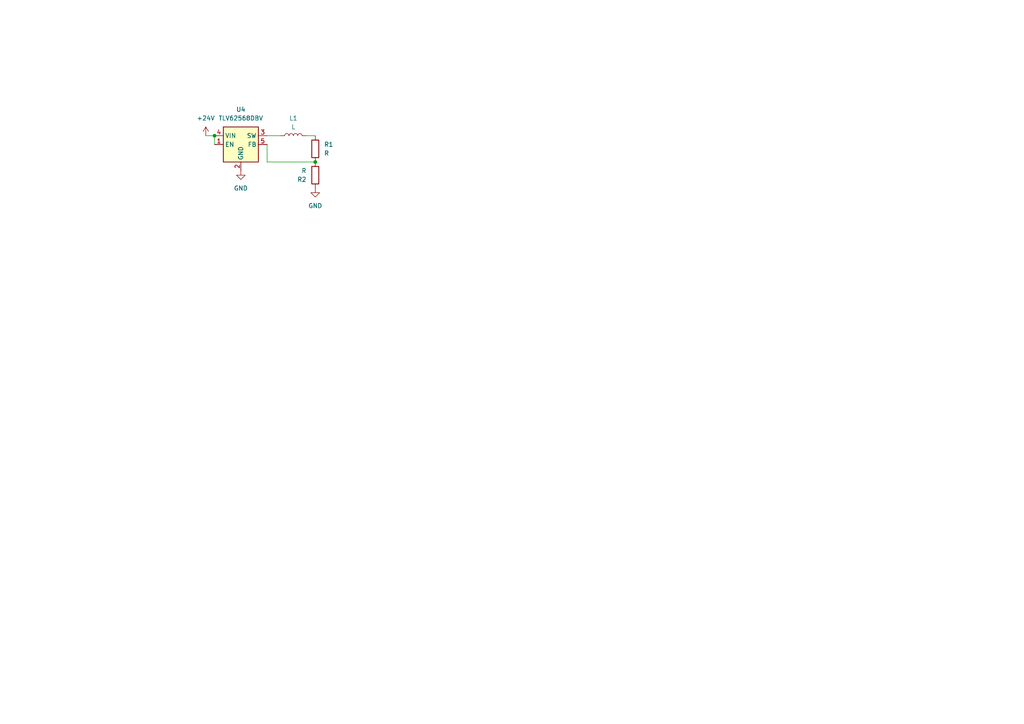
<source format=kicad_sch>
(kicad_sch (version 20250114) (generator "eeschema") (generator_version "9.0")
  (paper "A4")
  (lib_symbols
    (symbol "Device:L" (pin_numbers (hide yes)) (pin_names (offset 1.016) (hide yes))
      (property "Reference" "L" (at -1.27 0 90))
      (property "Value" "L" (at 1.905 0 90))
      (symbol "L_0_1"
        (arc (start 0 2.54) (mid 0.6323 1.905) (end 0 1.27))
        (arc (start 0 1.27) (mid 0.6323 0.635) (end 0 0))
        (arc (start 0 0) (mid 0.6323 -0.635) (end 0 -1.27))
        (arc (start 0 -1.27) (mid 0.6323 -1.905) (end 0 -2.54))
      )
      (symbol "L_1_1"
        (pin passive line (at 0 3.81 270) (length 1.27) (name "1") (number "1"))
        (pin passive line (at 0 -3.81 90) (length 1.27) (name "2") (number "2"))
      )
    )
    (symbol "Device:R" (pin_numbers (hide yes)) (pin_names (offset 0))
      (property "Reference" "R" (at 2.032 0 90))
      (property "Value" "R" (at 0 0 90))
      (symbol "R_0_1"
        (rectangle (start -1.016 -2.54) (end 1.016 2.54) (stroke (width 0.254)))
      )
      (symbol "R_1_1"
        (pin passive line (at 0 3.81 270) (length 1.27) (name "~") (number "1"))
        (pin passive line (at 0 -3.81 90) (length 1.27) (name "~") (number "2"))
      )
    )
    (symbol "Regulator_Switching:TLV62568DBV"
      (property "Reference" "U" (at -5.08 6.35 0))
      (property "Value" "TLV62568DBV" (at 0 6.35 0))
      (symbol "TLV62568DBV_0_1"
        (rectangle (start -5.08 5.08) (end 5.08 -5.08) (stroke (width 0.254)) (fill (type background)))
      )
      (symbol "TLV62568DBV_1_1"
        (pin power_in line (at -7.62 2.54 0) (length 2.54) (name "VIN") (number "4"))
        (pin input line (at -7.62 0 0) (length 2.54) (name "EN") (number "1"))
        (pin power_in line (at 0 -7.62 90) (length 2.54) (name "GND") (number "2"))
        (pin power_out line (at 7.62 2.54 180) (length 2.54) (name "SW") (number "3"))
        (pin input line (at 7.62 0 180) (length 2.54) (name "FB") (number "5"))
      )
    )
    (symbol "power:+24V" (power) (pin_numbers (hide yes)) (pin_names (offset 0) (hide yes))
      (property "Value" "+24V" (at 0 3.556 0))
      (symbol "+24V_0_1"
        (polyline (pts (xy -0.762 1.27) (xy 0 2.54)))
        (polyline (pts (xy 0 2.54) (xy 0.762 1.27)))
        (polyline (pts (xy 0 0) (xy 0 2.54)))
      )
      (symbol "+24V_1_1"
        (pin power_in line (at 0 0 90) (length 0) (name "~") (number "1"))
      )
    )
    (symbol "power:GND" (power) (pin_numbers (hide yes)) (pin_names (offset 0) (hide yes))
      (property "Value" "GND" (at 0 -3.81 0))
      (symbol "GND_0_1"
        (polyline (pts (xy 0 0) (xy 0 -1.27) (xy 1.27 -1.27) (xy 0 -2.54) (xy -1.27 -1.27) (xy 0 -1.27)))
      )
      (symbol "GND_1_1"
        (pin power_in line (at 0 0 270) (length 0) (name "~") (number "1"))
      )
    )
  )
  (junction (at 62.23 39.37))
  (junction (at 91.44 46.99))
  (wire (pts (xy 77.47 39.37) (xy 81.28 39.37)))
  (wire (pts (xy 62.23 39.37) (xy 62.23 41.91)))
  (wire (pts (xy 59.69 39.37) (xy 62.23 39.37)))
  (wire (pts (xy 88.9 39.37) (xy 91.44 39.37)))
  (wire (pts (xy 77.47 46.99) (xy 91.44 46.99)))
  (wire (pts (xy 77.47 46.99) (xy 77.47 41.91)))
  (symbol (lib_id "power:GND") (at 69.85 49.53 0) (unit 1)
    (property "Reference" "#PWR02" (effects (hide yes)))
    (property "Value" "GND" (at 69.85 54.61 0))
    (property "Description" "Power symbol creates a global label with name \"GND\" , ground" (effects (hide yes)))
  )
  (symbol (lib_id "Device:R") (at 91.44 43.18 0) (unit 1)
    (property "Reference" "R1" (at 93.98 41.9099 0) (effects (justify left)))
    (property "Value" "R" (at 93.98 44.4499 0) (effects (justify left)))
    (property "Description" "Resistor" (effects (hide yes)))
  )
  (symbol (lib_id "Device:R") (at 91.44 50.8 180) (unit 1)
    (property "Reference" "R2" (at 88.9 52.0701 0) (effects (justify left)))
    (property "Value" "R" (at 88.9 49.5301 0) (effects (justify left)))
    (property "Description" "Resistor" (effects (hide yes)))
  )
  (symbol (lib_id "Regulator_Switching:TLV62568DBV") (at 69.85 41.91 0) (unit 1)
    (property "Reference" "U4" (at 69.85 31.75 0))
    (property "Value" "TLV62568DBV" (at 69.85 34.29 0))
    (property "Footprint" "Package_TO_SOT_SMD:SOT-23-5" (effects (hide yes)))
    (property "Datasheet" "http://www.ti.com/lit/ds/symlink/tlv62568.pdf" (effects (hide yes)))
    (property "Description" "High Efficiency Synchronous Buck Converter, Adjustable Output 0.6V-5.5V, 1A, SOT-23-5" (effects (hide yes)))
  )
  (symbol (lib_id "power:GND") (at 91.44 54.61 0) (unit 1)
    (property "Reference" "#PWR01" (effects (hide yes)))
    (property "Value" "GND" (at 91.44 59.69 0))
    (property "Description" "Power symbol creates a global label with name \"GND\" , ground" (effects (hide yes)))
  )
  (symbol (lib_id "power:+24V") (at 59.69 39.37 0) (unit 1)
    (property "Reference" "#PWR03" (effects (hide yes)))
    (property "Value" "+24V" (at 59.69 34.29 0))
    (property "Description" "Power symbol creates a global label with name \"+24V\"" (effects (hide yes)))
  )
  (symbol (lib_id "Device:L") (at 85.09 39.37 90) (unit 1)
    (property "Reference" "L1" (at 85.09 34.29 90))
    (property "Value" "L" (at 85.09 36.83 90))
    (property "Description" "Inductor" (effects (hide yes)))
  )
)
</source>
